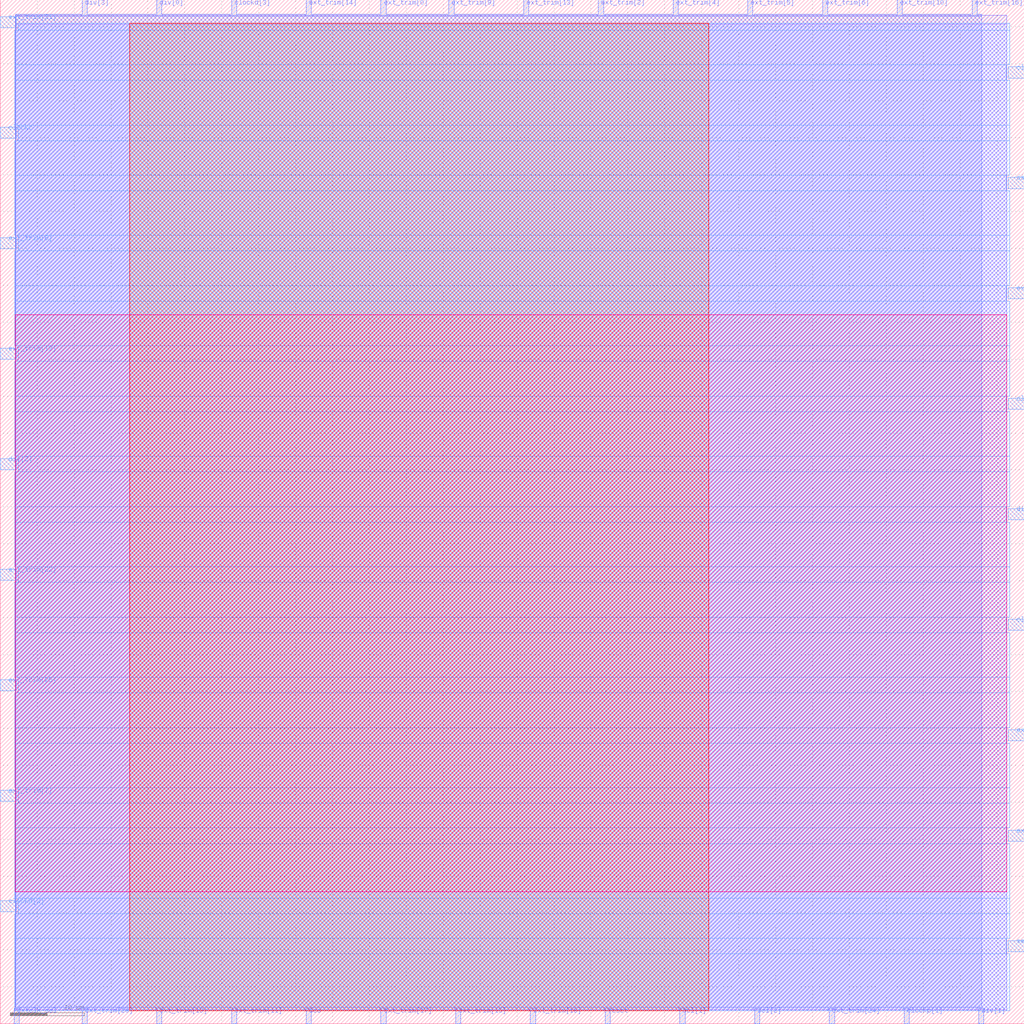
<source format=lef>
VERSION 5.3 ;
   NAMESCASESENSITIVE ON ;
   NOWIREEXTENSIONATPIN ON ;
   DIVIDERCHAR "/" ;
   BUSBITCHARS "[]" ;
UNITS
   DATABASE MICRONS 1000 ;
END UNITS

MACRO digital_pll
   CLASS BLOCK ;
   FOREIGN digital_pll ;
   ORIGIN -0.0000 -0.0000 ;
   SIZE 138.6750 BY 138.6750 ;
   PIN reset
      DIRECTION INPUT ;
      PORT
         LAYER met2 ;
	    RECT 81.9200 0.0000 82.6200 2.1000 ;
      END
   END reset
   PIN extclk_sel
      DIRECTION INPUT ;
      PORT
         LAYER met2 ;
	    RECT 1.8800 0.0000 2.5800 2.1000 ;
      END
   END extclk_sel
   PIN osc
      DIRECTION INPUT ;
      PORT
         LAYER met3 ;
	    RECT 136.5150 113.1100 138.6750 114.6100 ;
      END
   END osc
   PIN clockc
      DIRECTION OUTPUT TRISTATE ;
      PORT
         LAYER met3 ;
	    RECT 0.0000 119.9100 2.1600 121.4100 ;
      END
   END clockc
   PIN clockp[1]
      DIRECTION OUTPUT TRISTATE ;
      PORT
         LAYER met2 ;
	    RECT 122.4000 0.0000 123.1000 2.1000 ;
      END
   END clockp[1]
   PIN clockp[0]
      DIRECTION OUTPUT TRISTATE ;
      PORT
         LAYER met3 ;
	    RECT 136.5150 83.1900 138.6750 84.6900 ;
      END
   END clockp[0]
   PIN clockd[3]
      DIRECTION OUTPUT TRISTATE ;
      PORT
         LAYER met2 ;
	    RECT 31.3200 136.5750 32.0200 138.6750 ;
      END
   END clockd[3]
   PIN clockd[2]
      DIRECTION OUTPUT TRISTATE ;
      PORT
         LAYER met3 ;
	    RECT 0.0000 15.1900 2.1600 16.6900 ;
      END
   END clockd[2]
   PIN clockd[1]
      DIRECTION OUTPUT TRISTATE ;
      PORT
         LAYER met3 ;
	    RECT 136.5150 128.0700 138.6750 129.5700 ;
      END
   END clockd[1]
   PIN clockd[0]
      DIRECTION OUTPUT TRISTATE ;
      PORT
         LAYER met3 ;
	    RECT 136.5150 53.2700 138.6750 54.7700 ;
      END
   END clockd[0]
   PIN div[4]
      DIRECTION INPUT ;
      PORT
         LAYER met3 ;
	    RECT 136.5150 68.2300 138.6750 69.7300 ;
      END
   END div[4]
   PIN div[3]
      DIRECTION INPUT ;
      PORT
         LAYER met2 ;
	    RECT 11.0800 136.5750 11.7800 138.6750 ;
      END
   END div[3]
   PIN div[2]
      DIRECTION INPUT ;
      PORT
         LAYER met3 ;
	    RECT 0.0000 75.0300 2.1600 76.5300 ;
      END
   END div[2]
   PIN div[1]
      DIRECTION INPUT ;
      PORT
         LAYER met2 ;
	    RECT 132.5200 0.0000 133.2200 2.1000 ;
      END
   END div[1]
   PIN div[0]
      DIRECTION INPUT ;
      PORT
         LAYER met2 ;
	    RECT 21.2000 136.5750 21.9000 138.6750 ;
      END
   END div[0]
   PIN sel[2]
      DIRECTION INPUT ;
      PORT
         LAYER met2 ;
	    RECT 102.1600 0.0000 102.8600 2.1000 ;
      END
   END sel[2]
   PIN sel[1]
      DIRECTION INPUT ;
      PORT
         LAYER met2 ;
	    RECT 92.0400 0.0000 92.7400 2.1000 ;
      END
   END sel[1]
   PIN sel[0]
      DIRECTION INPUT ;
      PORT
         LAYER met3 ;
	    RECT 136.5150 9.7500 138.6750 11.2500 ;
      END
   END sel[0]
   PIN dco
      DIRECTION INPUT ;
      PORT
         LAYER met2 ;
	    RECT 41.4400 0.0000 42.1400 2.1000 ;
      END
   END dco
   PIN ext_trim[25]
      DIRECTION INPUT ;
      PORT
         LAYER met3 ;
	    RECT 0.0000 45.1100 2.1600 46.6100 ;
      END
   END ext_trim[25]
   PIN ext_trim[24]
      DIRECTION INPUT ;
      PORT
         LAYER met2 ;
	    RECT 112.2800 0.0000 112.9800 2.1000 ;
      END
   END ext_trim[24]
   PIN ext_trim[23]
      DIRECTION INPUT ;
      PORT
         LAYER met3 ;
	    RECT 136.5150 98.1500 138.6750 99.6500 ;
      END
   END ext_trim[23]
   PIN ext_trim[22]
      DIRECTION INPUT ;
      PORT
         LAYER met3 ;
	    RECT 0.0000 60.0700 2.1600 61.5700 ;
      END
   END ext_trim[22]
   PIN ext_trim[21]
      DIRECTION INPUT ;
      PORT
         LAYER met3 ;
	    RECT 0.0000 134.8700 2.1600 136.3700 ;
      END
   END ext_trim[21]
   PIN ext_trim[20]
      DIRECTION INPUT ;
      PORT
         LAYER met2 ;
	    RECT 11.0800 0.0000 11.7800 2.1000 ;
      END
   END ext_trim[20]
   PIN ext_trim[19]
      DIRECTION INPUT ;
      PORT
         LAYER met2 ;
	    RECT 21.2000 0.0000 21.9000 2.1000 ;
      END
   END ext_trim[19]
   PIN ext_trim[18]
      DIRECTION INPUT ;
      PORT
         LAYER met2 ;
	    RECT 71.8000 0.0000 72.5000 2.1000 ;
      END
   END ext_trim[18]
   PIN ext_trim[17]
      DIRECTION INPUT ;
      PORT
         LAYER met2 ;
	    RECT 51.5600 0.0000 52.2600 2.1000 ;
      END
   END ext_trim[17]
   PIN ext_trim[16]
      DIRECTION INPUT ;
      PORT
         LAYER met2 ;
	    RECT 131.6000 136.5750 132.3000 138.6750 ;
      END
   END ext_trim[16]
   PIN ext_trim[15]
      DIRECTION INPUT ;
      PORT
         LAYER met2 ;
	    RECT 61.6800 0.0000 62.3800 2.1000 ;
      END
   END ext_trim[15]
   PIN ext_trim[14]
      DIRECTION INPUT ;
      PORT
         LAYER met2 ;
	    RECT 41.4400 136.5750 42.1400 138.6750 ;
      END
   END ext_trim[14]
   PIN ext_trim[13]
      DIRECTION INPUT ;
      PORT
         LAYER met2 ;
	    RECT 70.8800 136.5750 71.5800 138.6750 ;
      END
   END ext_trim[13]
   PIN ext_trim[12]
      DIRECTION INPUT ;
      PORT
         LAYER met3 ;
	    RECT 0.0000 89.9900 2.1600 91.4900 ;
      END
   END ext_trim[12]
   PIN ext_trim[11]
      DIRECTION INPUT ;
      PORT
         LAYER met2 ;
	    RECT 31.3200 0.0000 32.0200 2.1000 ;
      END
   END ext_trim[11]
   PIN ext_trim[10]
      DIRECTION INPUT ;
      PORT
         LAYER met2 ;
	    RECT 121.4800 136.5750 122.1800 138.6750 ;
      END
   END ext_trim[10]
   PIN ext_trim[9]
      DIRECTION INPUT ;
      PORT
         LAYER met2 ;
	    RECT 60.7600 136.5750 61.4600 138.6750 ;
      END
   END ext_trim[9]
   PIN ext_trim[8]
      DIRECTION INPUT ;
      PORT
         LAYER met3 ;
	    RECT 0.0000 104.9500 2.1600 106.4500 ;
      END
   END ext_trim[8]
   PIN ext_trim[7]
      DIRECTION INPUT ;
      PORT
         LAYER met3 ;
	    RECT 0.0000 30.1500 2.1600 31.6500 ;
      END
   END ext_trim[7]
   PIN ext_trim[6]
      DIRECTION INPUT ;
      PORT
         LAYER met2 ;
	    RECT 111.3600 136.5750 112.0600 138.6750 ;
      END
   END ext_trim[6]
   PIN ext_trim[5]
      DIRECTION INPUT ;
      PORT
         LAYER met2 ;
	    RECT 101.2400 136.5750 101.9400 138.6750 ;
      END
   END ext_trim[5]
   PIN ext_trim[4]
      DIRECTION INPUT ;
      PORT
         LAYER met2 ;
	    RECT 91.1200 136.5750 91.8200 138.6750 ;
      END
   END ext_trim[4]
   PIN ext_trim[3]
      DIRECTION INPUT ;
      PORT
         LAYER met3 ;
	    RECT 136.5150 24.7100 138.6750 26.2100 ;
      END
   END ext_trim[3]
   PIN ext_trim[2]
      DIRECTION INPUT ;
      PORT
         LAYER met2 ;
	    RECT 81.0000 136.5750 81.7000 138.6750 ;
      END
   END ext_trim[2]
   PIN ext_trim[1]
      DIRECTION INPUT ;
      PORT
         LAYER met3 ;
	    RECT 136.5150 38.3100 138.6750 39.8100 ;
      END
   END ext_trim[1]
   PIN ext_trim[0]
      DIRECTION INPUT ;
      PORT
         LAYER met2 ;
	    RECT 51.5600 136.5750 52.2600 138.6750 ;
      END
   END ext_trim[0]
   OBS
         LAYER li1 ;
	    RECT 2.0000 1.9150 136.3200 135.3650 ;
         LAYER met1 ;
	    RECT 2.0000 1.7600 136.3200 136.6000 ;
         LAYER met2 ;
	    RECT 2.0900 136.4350 10.9400 136.6950 ;
	    RECT 11.9200 136.4350 21.0600 136.6950 ;
	    RECT 22.0400 136.4350 31.1800 136.6950 ;
	    RECT 32.1600 136.4350 41.3000 136.6950 ;
	    RECT 42.2800 136.4350 51.4200 136.6950 ;
	    RECT 52.4000 136.4350 60.6200 136.6950 ;
	    RECT 61.6000 136.4350 70.7400 136.6950 ;
	    RECT 71.7200 136.4350 80.8600 136.6950 ;
	    RECT 81.8400 136.4350 90.9800 136.6950 ;
	    RECT 91.9600 136.4350 101.1000 136.6950 ;
	    RECT 102.0800 136.4350 111.2200 136.6950 ;
	    RECT 112.2000 136.4350 121.3400 136.6950 ;
	    RECT 122.3200 136.4350 131.4600 136.6950 ;
	    RECT 132.4400 136.4350 132.9400 136.6950 ;
	    RECT 2.0900 2.2400 132.9400 136.4350 ;
	    RECT 2.7200 1.7600 10.9400 2.2400 ;
	    RECT 11.9200 1.7600 21.0600 2.2400 ;
	    RECT 22.0400 1.7600 31.1800 2.2400 ;
	    RECT 32.1600 1.7600 41.3000 2.2400 ;
	    RECT 42.2800 1.7600 51.4200 2.2400 ;
	    RECT 52.4000 1.7600 61.5400 2.2400 ;
	    RECT 62.5200 1.7600 71.6600 2.2400 ;
	    RECT 72.6400 1.7600 81.7800 2.2400 ;
	    RECT 82.7600 1.7600 91.9000 2.2400 ;
	    RECT 92.8800 1.7600 102.0200 2.2400 ;
	    RECT 103.0000 1.7600 112.1400 2.2400 ;
	    RECT 113.1200 1.7600 122.2600 2.2400 ;
	    RECT 123.2400 1.7600 132.3800 2.2400 ;
         LAYER met3 ;
	    RECT 2.4600 134.5700 136.7450 135.5200 ;
	    RECT 1.9300 129.8700 136.7450 134.5700 ;
	    RECT 1.9300 127.7700 136.2150 129.8700 ;
	    RECT 1.9300 121.7100 136.7450 127.7700 ;
	    RECT 2.4600 119.6100 136.7450 121.7100 ;
	    RECT 1.9300 114.9100 136.7450 119.6100 ;
	    RECT 1.9300 112.8100 136.2150 114.9100 ;
	    RECT 1.9300 106.7500 136.7450 112.8100 ;
	    RECT 2.4600 104.6500 136.7450 106.7500 ;
	    RECT 1.9300 99.9500 136.7450 104.6500 ;
	    RECT 1.9300 97.8500 136.2150 99.9500 ;
	    RECT 1.9300 91.7900 136.7450 97.8500 ;
	    RECT 2.4600 89.6900 136.7450 91.7900 ;
	    RECT 1.9300 84.9900 136.7450 89.6900 ;
	    RECT 1.9300 82.8900 136.2150 84.9900 ;
	    RECT 1.9300 76.8300 136.7450 82.8900 ;
	    RECT 2.4600 74.7300 136.7450 76.8300 ;
	    RECT 1.9300 70.0300 136.7450 74.7300 ;
	    RECT 1.9300 67.9300 136.2150 70.0300 ;
	    RECT 1.9300 61.8700 136.7450 67.9300 ;
	    RECT 2.4600 59.7700 136.7450 61.8700 ;
	    RECT 1.9300 55.0700 136.7450 59.7700 ;
	    RECT 1.9300 52.9700 136.2150 55.0700 ;
	    RECT 1.9300 46.9100 136.7450 52.9700 ;
	    RECT 2.4600 44.8100 136.7450 46.9100 ;
	    RECT 1.9300 40.1100 136.7450 44.8100 ;
	    RECT 1.9300 38.0100 136.2150 40.1100 ;
	    RECT 1.9300 31.9500 136.7450 38.0100 ;
	    RECT 2.4600 29.8500 136.7450 31.9500 ;
	    RECT 1.9300 26.5100 136.7450 29.8500 ;
	    RECT 1.9300 24.4100 136.2150 26.5100 ;
	    RECT 1.9300 16.9900 136.7450 24.4100 ;
	    RECT 2.4600 14.8900 136.7450 16.9900 ;
	    RECT 1.9300 11.5500 136.7450 14.8900 ;
	    RECT 1.9300 9.4500 136.2150 11.5500 ;
	    RECT 1.9300 1.7600 136.7450 9.4500 ;
         LAYER met4 ;
	    RECT 17.5200 1.7600 95.9200 135.5200 ;
         LAYER met5 ;
	    RECT 2.0000 17.8500 136.3200 96.0400 ;
   END
END digital_pll

</source>
